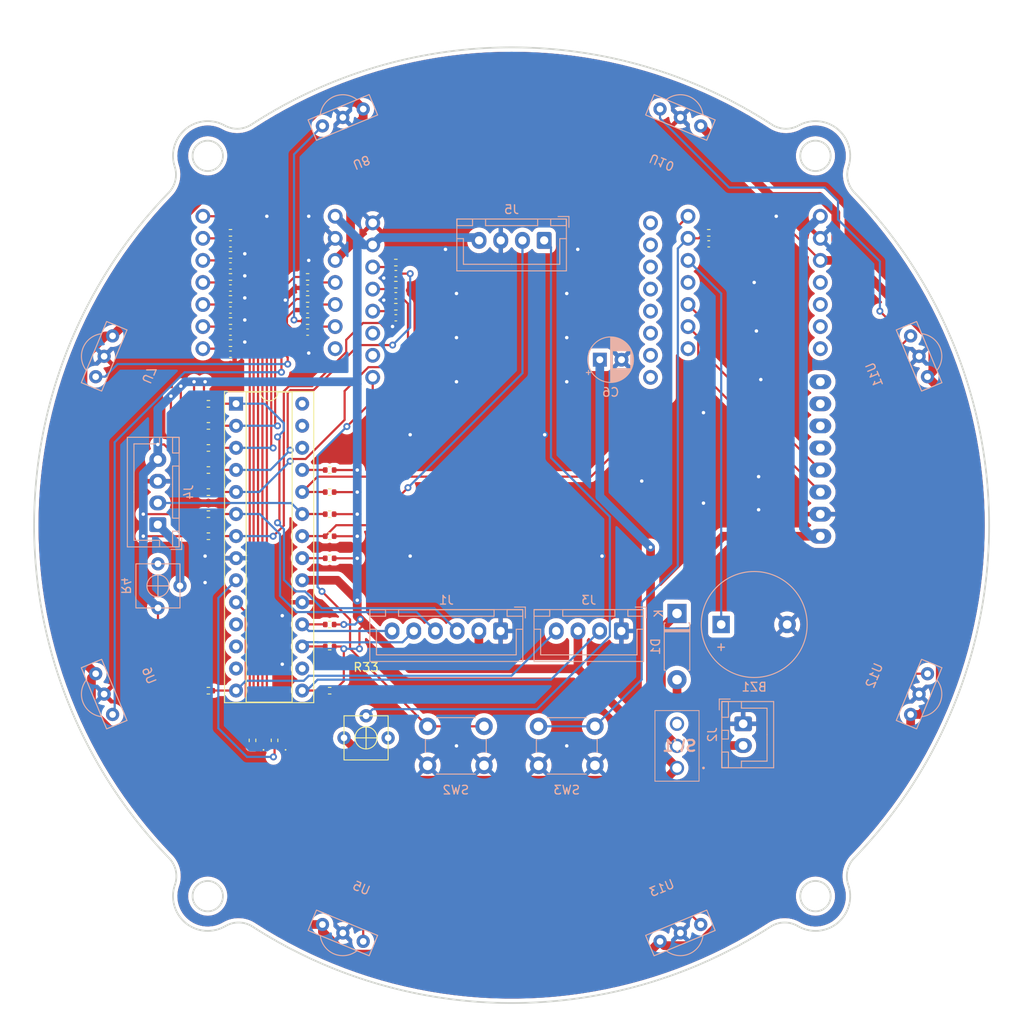
<source format=kicad_pcb>
(kicad_pcb (version 20211014) (generator pcbnew)
  (layers (0 "F.Cu" signal) (31 "B.Cu" signal) (34 "B.Paste" user) (35 "F.Paste" user) (36 "B.SilkS" user "B.Silkscreen") (37 "F.SilkS" user "F.Silkscreen") (38 "B.Mask" user) (39 "F.Mask" user) (44 "Edge.Cuts" user))
  (net 0 "")
  (net 1 "Net-(BZ1-Pad1)")
  (net 2 "GND")
  (net 3 "+5V")
  (net 4 "AD5")
  (net 5 "AD4")
  (net 6 "AD3")
  (net 7 "Gyro Reset")
  (net 8 "IR Data 2")
  (net 9 "IR5")
  (net 10 "IR6")
  (net 11 "IR7")
  (net 12 "IR8")
  (net 13 "IR1")
  (net 14 "IR2")
  (net 15 "IR3")
  (net 16 "IR4")
  (net 17 "Net-(D1-Pad1)")
  (net 18 "Net-(D1-Pad2)")
  (net 19 "Net-(D2-Pad2)")
  (net 20 "Net-(D3-Pad2)")
  (net 21 "MCLR")
  (net 22 "RA4")
  (net 23 "TX")
  (net 24 "RX")
  (net 25 "SDA")
  (net 26 "SCL")
  (net 27 "Net-(J4-Pad1)")
  (net 28 "AD6")
  (net 29 "Net-(R1-Pad1)")
  (net 30 "Net-(R2-Pad1)")
  (net 31 "Net-(R3-Pad1)")
  (net 32 "+3V3")
  (net 33 "MON LED")
  (net 34 "PWR LED")
  (net 35 "AD9")
  (net 36 "AD8")
  (net 37 "AD10")
  (net 38 "Net-(R24-Pad1)")
  (net 39 "Net-(R25-Pad1)")
  (net 40 "Net-(R26-Pad1)")
  (net 41 "Net-(R27-Pad1)")
  (net 42 "Net-(R28-Pad2)")
  (net 43 "Net-(R29-Pad2)")
  (net 44 "Net-(R30-Pad2)")
  (net 45 "Net-(R31-Pad2)")
  (net 46 "Net-(R32-Pad2)")
  (net 47 "Net-(SW2-Pad1)")
  (net 52 "Net-(U1-Pad5)")
  (net 53 "Net-(U1-Pad6)")
  (net 64 "Gyro")
  (net 78 "IR Data 1")
  (net 80 "Net-(J5-Pad1)")
  (footprint "Capacitor_SMD:C_0402_1005Metric" (layer "F.Cu") (at 126.365 70.485)
    (fp_text reference "C14" hide)
    (fp_text value "C_Small")
  )
  (footprint "LED_SMD:LED_0402_1005Metric" (layer "F.Cu") (at 132.715 120.015 90)
    (fp_text reference "D3" hide)
    (fp_text value "LED")
  )
  (footprint "Resistor_SMD:R_0402_1005Metric" (layer "F.Cu") (at 123.825 83.82)
    (fp_text reference "R12" hide)
    (fp_text value "100k")
  )
  (footprint "Resistor_SMD:R_0402_1005Metric" (layer "F.Cu") (at 123.825 86.36)
    (fp_text reference "R11" hide)
    (fp_text value "100k")
  )
  (footprint "Resistor_SMD:R_0402_1005Metric" (layer "F.Cu") (at 128.905 120.015 90)
    (fp_text reference "R14" hide)
    (fp_text value "1k")
  )
  (footprint "Resistor_SMD:R_0402_1005Metric" (layer "F.Cu") (at 137.795 96.52 180)
    (fp_text reference "R19" hide)
    (fp_text value "100k")
  )
  (footprint "Resistor_SMD:R_0402_1005Metric" (layer "F.Cu") (at 137.795 109.22 180)
    (fp_text reference "R22" hide)
    (fp_text value "10k")
  )
  (footprint "Resistor_SMD:R_0402_1005Metric" (layer "F.Cu") (at 123.825 81.28)
    (fp_text reference "R13" hide)
    (fp_text value "10k")
  )
  (footprint "Capacitor_SMD:C_0402_1005Metric" (layer "F.Cu") (at 145.415 68.834 180)
    (fp_text reference "C3" hide)
    (fp_text value "C_Small")
  )
  (footprint "Capacitor_SMD:C_0402_1005Metric" (layer "F.Cu") (at 126.365 67.945)
    (fp_text reference "C13" hide)
    (fp_text value "C_Small")
  )
  (footprint "Capacitor_SMD:C_0402_1005Metric" (layer "F.Cu") (at 145.415 71.374 180)
    (fp_text reference "C2" hide)
    (fp_text value "C_Small")
  )
  (footprint "LED_SMD:LED_0402_1005Metric" (layer "F.Cu") (at 130.175 120.015 90)
    (fp_text reference "D2" hide)
    (fp_text value "LED")
  )
  (footprint "Resistor_SMD:R_0402_1005Metric" (layer "F.Cu") (at 145.415 67.564)
    (fp_text reference "R2" hide)
    (fp_text value "22k")
  )
  (footprint "Resistor_SMD:R_0402_1005Metric" (layer "F.Cu") (at 137.795 99.06 180)
    (fp_text reference "R20" hide)
    (fp_text value "100k")
  )
  (footprint "Lib:seeeduinoXIAO" (layer "F.Cu") (at 186.69 67.31 180)
    (fp_text reference "U3" hide)
    (fp_text value "Seeeduino_Xiao" hide)
  )
  (footprint "Resistor_SMD:R_0402_1005Metric" (layer "F.Cu") (at 181.455 61.595 180)
    (fp_text reference "R5" hide)
    (fp_text value "10K")
  )
  (footprint "Capacitor_SMD:C_0402_1005Metric" (layer "F.Cu") (at 135.255 73.025)
    (fp_text reference "C11" hide)
    (fp_text value "C_Small")
  )
  (footprint "Resistor_SMD:R_0402_1005Metric" (layer "F.Cu") (at 135.255 69.215)
    (fp_text reference "R26" hide)
    (fp_text value "100k")
  )
  (footprint "Package_DIP:DIP-28_W7.62mm_Socket" (layer "F.Cu") (at 127.01 81.265)
    (fp_text reference "U4" hide)
    (fp_text value "PIC18F26K20_ISS")
  )
  (footprint "Resistor_SMD:R_0402_1005Metric" (layer "F.Cu") (at 137.795 91.44 180)
    (fp_text reference "R17" hide)
    (fp_text value "100k")
  )
  (footprint "Capacitor_SMD:C_0402_1005Metric" (layer "F.Cu") (at 126.365 73.025)
    (fp_text reference "C15" hide)
    (fp_text value "C_Small")
  )
  (footprint "Resistor_SMD:R_0402_1005Metric" (layer "F.Cu") (at 123.825 93.98)
    (fp_text reference "R8" hide)
    (fp_text value "10k")
  )
  (footprint "Capacitor_SMD:C_0402_1005Metric" (layer "F.Cu") (at 126.365 65.405)
    (fp_text reference "C12" hide)
    (fp_text value "C_Small")
  )
  (footprint "可変抵抗:可変抵抗(小)" (layer "F.Cu") (at 141.986 112.109)
    (fp_text reference "R33")
    (fp_text value "R_Variable")
  )
  (footprint "Resistor_SMD:R_0402_1005Metric" (layer "F.Cu") (at 137.795 93.98 180)
    (fp_text reference "R18" hide)
    (fp_text value "100k")
  )
  (footprint "Resistor_SMD:R_0402_1005Metric" (layer "F.Cu") (at 123.825 91.44)
    (fp_text reference "R9" hide)
    (fp_text value "100k")
  )
  (footprint "Capacitor_SMD:C_0402_1005Metric" (layer "F.Cu") (at 126.365 62.865 180)
    (fp_text reference "C7" hide)
    (fp_text value "C_Small")
  )
  (footprint "Resistor_SMD:R_0402_1005Metric" (layer "F.Cu") (at 145.415 70.104)
    (fp_text reference "R1" hide)
    (fp_text value "22k")
  )
  (footprint "Resistor_SMD:R_0402_1005Metric" (layer "F.Cu") (at 126.365 74.295 180)
    (fp_text reference "R24" hide)
    (fp_text value "100k")
  )
  (footprint "Capacitor_SMD:C_0402_1005Metric" (layer "F.Cu") (at 181.455 62.865)
    (fp_text reference "C5" hide)
    (fp_text value "C")
  )
  (footprint "Resistor_SMD:R_0402_1005Metric" (layer "F.Cu") (at 126.365 71.755)
    (fp_text reference "R32" hide)
    (fp_text value "100k")
  )
  (footprint "Resistor_SMD:R_0402_1005Metric" (layer "F.Cu") (at 123.825 114.3)
    (fp_text reference "R6" hide)
    (fp_text value "10k")
  )
  (footprint "Resistor_SMD:R_0402_1005Metric" (layer "F.Cu") (at 126.365 69.215)
    (fp_text reference "R31" hide)
    (fp_text value "100k")
  )
  (footprint "Resistor_SMD:R_0402_1005Metric" (layer "F.Cu") (at 137.795 114.3 180)
    (fp_text reference "R23" hide)
    (fp_text value "10k")
  )
  (footprint "Resistor_SMD:R_0402_1005Metric" (layer "F.Cu") (at 126.365 61.595 180)
    (fp_text reference "R28" hide)
    (fp_text value "22k")
  )
  (footprint "Capacitor_SMD:C_0402_1005Metric" (layer "F.Cu") (at 135.255 67.945)
    (fp_text reference "C9" hide)
    (fp_text value "C_Small")
  )
  (footprint "Resistor_SMD:R_0402_1005Metric" (layer "F.Cu") (at 126.365 64.135)
    (fp_text reference "R29" hide)
    (fp_text value "100k")
  )
  (footprint "Resistor_SMD:R_0402_1005Metric" (layer "F.Cu") (at 137.795 106.68 180)
    (fp_text reference "R21" hide)
    (fp_text value "10k")
  )
  (footprint "Lib:MPU6050" (layer "F.Cu") (at 194.31 77.47)
    (fp_text reference "U1" hide)
    (fp_text value "MPU6050" hide)
  )
  (footprint "Capacitor_SMD:C_0402_1005Metric" (layer "F.Cu") (at 126.365 75.565 180)
    (fp_text reference "C8" hide)
    (fp_text value "C_Small")
  )
  (footprint "Resistor_SMD:R_0402_1005Metric" (layer "F.Cu") (at 123.825 96.52)
    (fp_text reference "R7" hide)
    (fp_text value "100k")
  )
  (footprint "Capacitor_SMD:C_0402_1005Metric" (layer "F.Cu") (at 145.415 66.294 180)
    (fp_text reference "C4" hide)
    (fp_text value "C_Small")
  )
  (footprint "Resistor_SMD:R_0402_1005Metric" (layer "F.Cu") (at 126.365 66.675)
    (fp_text reference "R30" hide)
    (fp_text value "100k")
  )
  (footprint "Resistor_SMD:R_0402_1005Metric" (layer "F.Cu") (at 135.255 71.755)
    (fp_text reference "R27" hide)
    (fp_text value "100k")
  )
  (footprint "Lib:seeeduinoXIAO" (layer "F.Cu") (at 130.81 67.31 180)
    (fp_text reference "U9" hide)
    (fp_text value "Seeeduino_Xiao" hide)
  )
  (footprint "Resistor_SMD:R_0402_1005Metric" (layer "F.Cu") (at 123.825 88.9)
    (fp_text reference "R10" hide)
    (fp_text value "100k")
  )
  (footprint "Resistor_SMD:R_0402_1005Metric" (layer "F.Cu") (at 131.445 120.015 90)
    (fp_text reference "R15" hide)
    (fp_text value "1k")
  )
  (footprint "Resistor_SMD:R_0402_1005Metric" (layer "F.Cu") (at 137.795 88.9 180)
    (fp_text reference "R16" hide)
    (fp_text value "100k")
  )
  (footprint "Resistor_SMD:R_0402_1005Metric" (layer "F.Cu") (at 135.255 66.675)
    (fp_text reference "R25" hide)
    (fp_text value "100k")
  )
  (footprint "Resistor_SMD:R_0402_1005Metric" (layer "F.Cu") (at 145.415 65.024)
    (fp_text reference "R3" hide)
    (fp_text value "22k")
  )
  (footprint "Capacitor_SMD:C_0402_1005Metric" (layer "F.Cu") (at 135.255 70.485)
    (fp_text reference "C10" hide)
    (fp_text value "C_Small")
  )
  (footprint "Lib:2MS1T2B4M2QES" (layer "B.Cu") (at 177.8 123.19 180)
    (fp_text reference "SW1")
    (fp_text value "SW_DIP_x01" hide)
  )
  (footprint "Buzzer_Beeper:Buzzer_12x9.5RM7.6" (layer "B.Cu") (at 182.89 106.68)
    (fp_text reference "BZ1")
    (fp_text value "Buzzer")
  )
  (footprint "Capacitor_THT:CP_Radial_D5.0mm_P2.50mm" (layer "B.Cu") (at 168.91 76.2)
    (fp_text reference "C6")
    (fp_text value "C")
  )
  (footprint "Button_Switch_THT:SW_PUSH_6mm_H5mm" (layer "B.Cu") (at 161.85 122.9)
    (fp_text reference "SW3")
    (fp_text value "SW_DIP_x01")
  )
  (footprint "可変抵抗:可変抵抗(小)" (layer "B.Cu") (at 125.635 102.235 90)
    (fp_text reference "R4")
    (fp_text value "R_Variable")
  )
  (footprint "Connector_JST:JST_XH_B4B-XH-A_1x04_P2.50mm_Vertical" (layer "B.Cu") (at 118 95.19 90)
    (fp_text reference "J4")
    (fp_text value "Conn_01x04_Female")
  )
  (footprint "Lib:TSSP58038_IR" (layer "B.Cu") (at 176.246292 53.010199 -22.5)
    (fp_text reference "U10")
    (fp_text value "TSSP58038")
  )
  (footprint "Lib:TSSP58038_IR" (layer "B.Cu") (at 116.510273 77.753782 67.5)
    (fp_text reference "U7")
    (fp_text value "TSSP58038")
  )
  (footprint "Connector_JST:JST_XH_B4B-XH-A_1x04_P2.50mm_Vertical" (layer "B.Cu") (at 162.5 62.467 180)
    (fp_text reference "J5")
    (fp_text value "Conn_01x04_Female")
  )
  (footprint "Connector_JST:JST_XH_B2B-XH-A_1x02_P2.50mm_Vertical" (layer "B.Cu") (at 185.42 118.11 -90)
    (fp_text reference "J2")
    (fp_text value "Conn_01x02_Female")
  )
  (footprint "Lib:TSSP58038_IR" (layer "B.Cu") (at 116.51033 112.746354 112.5)
    (fp_text reference "U6")
    (fp_text value "TSSP58038")
  )
  (footprint "Connector_JST:JST_XH_B6B-XH-A_1x06_P2.50mm_Vertical" (layer "B.Cu") (at 157.48 107.425 180)
    (fp_text reference "J1")
    (fp_text value "Conn_01x06_Female")
  )
  (footprint "Lib:TSSP58038_IR" (layer "B.Cu") (at 141.25372 53.010256 22.5)
    (fp_text reference "U8")
    (fp_text value "TSSP58038")
  )
  (footprint "Button_Switch_THT:SW_PUSH_6mm_H5mm" (layer "B.Cu") (at 155.575 118.4 180)
    (fp_text reference "SW2")
    (fp_text value "SW_Push")
  )
  (footprint "Connector_JST:JST_XH_B4B-XH-A_1x04_P2.50mm_Vertical" (layer "B.Cu") (at 171.39 107.425 180)
    (fp_text reference "J3")
    (fp_text value "Conn_01x04_Female")
  )
  (footprint "Lib:TSSP58038_IR" (layer "B.Cu") (at 176.246428 137.489744 -157.5)
    (fp_text reference "U13")
    (fp_text value "TSSP58038")
  )
  (footprint "Diode_THT:D_DO-41_SOD81_P7.62mm_Horizontal" (layer "B.Cu") (at 177.8 105.41 -90)
    (fp_text reference "D1")
    (fp_text value "D")
  )
  (footprint "Lib:TSSP58038_IR" (layer "B.Cu") (at 200.989875 112.746218 -112.5)
    (fp_text reference "U12")
    (fp_text value "TSSP58038")
  )
  (footprint "Lib:OpenMV" (layer "B.Cu") (at 158.75 103.251)
    (fp_text reference "U2" hide)
    (fp_text value "open_mv")
  )
  (footprint "Lib:TSSP58038_IR" (layer "B.Cu") (at 141.253856 137.489801 157.5)
    (fp_text reference "U5")
    (fp_text value "TSSP58038")
  )
  (footprint "Lib:TSSP58038_IR" (layer "B.Cu") (at 200.989818 77.753646 -67.5)
    (fp_text reference "U11")
    (fp_text value "TSSP58038")
  )
  (gr_arc (start 188.574719 141.461368) (mid 158.750074 150.25) (end 128.925429 141.461368) (layer "Edge.Cuts") (width 0.2))
  (gr_arc (start 128.780566 49.132448) (mid 127.250511 49.61512) (end 125.690526 49.2403) (layer "Edge.Cuts") (width 0.2))
  (gr_circle (center 123.750074 52.738105) (end 125.500074 52.738105) (layer "Edge.Cuts") (width 0.2) (fill none))
  (gr_arc (start 119.944751 53.970791) (mid 120.013044 55.573719) (end 119.24555 56.982617) (layer "Edge.Cuts") (width 0.2))
  (gr_arc (start 197.528874 136.636363) (mid 197.434171 135.002967) (end 198.210583 133.562768) (layer "Edge.Cuts") (width 0.2))
  (gr_circle (center 193.750074 52.738105) (end 195.500074 52.738105) (layer "Edge.Cuts") (width 0.2) (fill none))
  (gr_circle (center 123.750074 137.948105) (end 125.500074 137.948105) (layer "Edge.Cuts") (width 0.2) (fill none))
  (gr_arc (start 191.809622 49.2403) (mid 190.249636 49.615119) (end 188.719582 49.132448) (layer "Edge.Cuts") (width 0.2))
  (gr_arc (start 188.574719 141.461368) (mid 190.139264 140.982635) (end 191.722327 141.396039) (layer "Edge.Cuts") (width 0.2))
  (gr_arc (start 119.944751 53.970791) (mid 121.207669 49.650036) (end 125.690526 49.2403) (layer "Edge.Cuts") (width 0.2))
  (gr_arc (start 197.528874 136.636363) (mid 196.285851 141.041612) (end 191.722327 141.396039) (layer "Edge.Cuts") (width 0.2))
  (gr_arc (start 191.809622 49.2403) (mid 196.292477 49.650035) (end 197.555397 53.970791) (layer "Edge.Cuts") (width 0.2))
  (gr_arc (start 125.777821 141.396039) (mid 127.360883 140.982634) (end 128.925429 141.461368) (layer "Edge.Cuts") (width 0.2))
  (gr_circle (center 193.750074 137.948105) (end 195.500074 137.948105) (layer "Edge.Cuts") (width 0.2) (fill none))
  (gr_arc (start 119.289565 133.562768) (mid 103.750083 95.281611) (end 119.24555 56.982617) (layer "Edge.Cuts") (width 0.2))
  (gr_arc (start 125.777821 141.396039) (mid 121.214295 141.041619) (end 119.971274 136.636363) (layer "Edge.Cuts") (width 0.2))
  (gr_arc (start 119.289565 133.562768) (mid 120.065999 135.002956) (end 119.971274 136.636363) (layer "Edge.Cuts") (width 0.2))
  (gr_arc (start 198.254598 56.982617) (mid 213.750065 95.281611) (end 198.210583 133.562768) (layer "Edge.Cuts") (width 0.2))
  (gr_arc (start 198.254598 56.982617) (mid 197.487098 55.573719) (end 197.555397 53.970791) (layer "Edge.Cuts") (width 0.2))
  (gr_arc (start 128.780566 49.132448) (mid 158.750074 40.25) (end 188.719582 49.132448) (layer "Edge.Cuts") (width 0.2))
  (segment (start 182.89 106.68) (end 182.89 68.59) (width 0.25) (layer "B.Cu") (net 1))
  (segment (start 182.89 68.59) (end 179.07 64.77) (width 0.25) (layer "B.Cu") (net 1))
  (segment (start 126.873 73.025) (end 128.016 74.168) (width 0.25) (layer "F.Cu") (net 2))
  (segment (start 134.775 73.025) (end 133.794474 73.025) (width 0.25) (layer "F.Cu") (net 2))
  (segment (start 134.08454 67.945) (end 132.68754 69.342) (width 0.25) (layer "F.Cu") (net 2))
  (segment (start 126.845 67.945) (end 126.873 67.945) (width 0.25) (layer "F.Cu") (net 2))
  (segment (start 126.845 62.865) (end 126.873 62.865) (width 0.25) (layer "F.Cu") (net 2))
  (segment (start 133.731 70.485) (end 132.873737 71.342263) (width 0.25) (layer "F.Cu") (net 2))
  (segment (start 126.873 67.945) (end 128.016 69.088) (width 0.25) (layer "F.Cu") (net 2))
  (segment (start 126.845 65.405) (end 126.873 65.405) (width 0.25) (layer "F.Cu") (net 2))
  (segment (start 144.935 72.282402) (end 145.034 72.381402) (width 0.25) (layer "F.Cu") (net 2))
  (segment (start 126.873 62.865) (end 128.016 64.008) (width 0.25) (layer "F.Cu") (net 2))
  (segment (start 126.873 65.405) (end 128.016 66.548) (width 0.25) (layer "F.Cu") (net 2))
  (segment (start 133.794474 73.025) (end 132.873737 72.104263) (width 0.25) (layer "F.Cu") (net 2))
  (segment (start 126.873 70.485) (end 128.016 71.628) (width 0.25) (layer "F.Cu") (net 2))
  (segment (start 134.775 67.945) (end 134.08454 67.945) (width 0.25) (layer "F.Cu") (net 2))
  (segment (start 126.845 73.025) (end 126.873 73.025) (width 0.25) (layer "F.Cu") (net 2))
  (segment (start 126.845 70.485) (end 126.873 70.485) (width 0.25) (layer "F.Cu") (net 2))
  (segment (start 134.775 70.485) (end 133.731 70.485) (width 0.25) (layer "F.Cu") (net 2))
  (segment (start 132.873737 71.342263) (end 132.873737 72.104263) (width 0.25) (layer "F.Cu") (net 2))
  (segment (start 144.935 71.374) (end 144.935 72.282402) (width 0.25) (layer "F.Cu") (net 2))
  (via (at 147.066 84.836) (size 0.8) (drill 0.4) (layers "F.Cu" "B.Cu") (net 2))
  (via (at 152.4 120.65) (size 0.8) (drill 0.4) (layers "F.Cu" "B.Cu") (net 2))
  (via (at 147.066 98.806) (size 0.8) (drill 0.4) (layers "F.Cu" "B.Cu") (net 2))
  (via (at 132.68754 69.342) (size 0.8) (drill 0.4) (layers "F.Cu" "B.Cu") (net 2))
  (via (at 165.1 73.66) (size 0.8) (drill 0.4) (layers "F.Cu" "B.Cu") (net 2))
  (via (at 128.016 74.168) (size 0.8) (drill 0.4) (layers "F.Cu" "B.Cu") (net 2))
  (via (at 187.198 93.472) (size 0.8) (drill 0.4) (layers "F.Cu" "B.Cu") (net 2))
  (via (at 128.016 71.628) (size 0.8) (drill 0.4) (layers "F.Cu" "B.Cu") (net 2))
  (via (at 165.1 120.65) (size 0.8) (drill 0.4) (layers "F.Cu" "B.Cu") (net 2))
  (via (at 152.4 73.66) (size 0.8) (drill 0.4) (layers "F.Cu" "B.Cu") (net 2))
  (via (at 152.4 68.58) (size 0.8) (drill 0.4) (layers "F.Cu" "B.Cu") (net 2))
  (via (at 189.23 59.69) (size 0.8) (drill 0.4) (layers "F.Cu" "B.Cu") (net 2))
  (via (at 180.848 82.296) (size 0.8) (drill 0.4) (layers "F.Cu" "B.Cu") (net 2))
  (via (at 169.164 98.806) (size 0.8) (drill 0.4) (layers "F.Cu" "B.Cu") (net 2))
  (via (at 186.69 67.31) (size 0.8) (drill 0.4) (layers "F.Cu" "B.Cu") (net 2))
  (via (at 123.444 98.806) (size 0.8) (drill 0.4) (layers "F.Cu" "B.Cu") (net 2))
  (via (at 173.736 90.17) (size 0.8) (drill 0.4) (layers "F.Cu" "B.Cu") (net 2))
  (via (at 144.018 66.802) (size 0.8) (drill 0.4) (layers "F.Cu" "B.Cu") (net 2))
  (via (at 144.018 69.342) (size 0.8) (drill 0.4) (layers "F.Cu" "B.Cu") (net 2))
  (via (at 165.1 68.58) (size 0.8) (drill 0.4) (layers "F.Cu" "B.Cu") (net 2))
  (via (at 166.37 63.5) (size 0.8) (drill 0.4) (layers "F.Cu" "B.Cu") (net 2))
  (via (at 162.56 84.836) (size 0.8) (drill 0.4) (layers "F.Cu" "B.Cu") (net 2))
  (via (at 145.034 72.381402) (size 0.8) (drill 0.4) (layers "F.Cu" "B.Cu") (net 2))
  (via (at 180.848 92.71) (size 0.8) (drill 0.4) (layers "F.Cu" "B.Cu") (net 2))
  (via (at 128.016 69.088) (size 0.8) (drill 0.4) (layers "F.Cu" "B.Cu") (net 2))
  (via (at 165.1 78.74) (size 0.8) (drill 0.4) (layers "F.Cu" "B.Cu") (net 2))
  (via (at 187.198 89.662) (size 0.8) (drill 0.4) (layers "F.Cu" "B.Cu") (net 2))
  (via (at 132.334 105.664) (size 0.8) (drill 0.4) (layers "F.Cu" "B.Cu") (net 2))
  (via (at 130.556 59.69) (size 0.8) (drill 0.4) (layers "F.Cu" "B.Cu") (net 2))
  (via (at 152.4 78.74) (size 0.8) (drill 0.4) (layers "F.Cu" "B.Cu") (net 2))
  (via (at 187.452 78.486) (size 0.8) (drill 0.4) (layers "F.Cu" "B.Cu") (net 2))
  (via (at 128.016 66.548) (size 0.8) (drill 0.4) (layers "F.Cu" "B.Cu") (net 2))
  (via (at 135.382 75.438) (size 0.8) (drill 0.4) (layers "F.Cu" "B.Cu") (net 2))
  (via (at 135.382 64.77) (size 0.8) (drill 0.4) (layers "F.Cu" "B.Cu") (net 2))
  (via (at 186.944 72.898) (size 0.8) (drill 0.4) (layers "F.Cu" "B.Cu") (net 2))
  (via (at 123.444 101.854) (size 0.8) (drill 0.4) (layers "F.Cu" "B.Cu") (net 2))
  (via (at 135.382 59.69) (size 0.8) (drill 0.4) (layers "F.Cu" "B.Cu") (net 2))
  (via (at 151.13 63.5) (size 0.8) (drill 0.4) (layers "F.Cu" "B.Cu") (net 2))
  (via (at 128.016 64.008) (size 0.8) (drill 0.4) (layers "F.Cu" "B.Cu") (net 2))
  (via (at 132.334 111.252) (size 0.8) (drill 0.4) (layers "F.Cu" "B.Cu") (net 2))
  (segment (start 141.825324 106.586676) (end 147.018648 111.78) (width 1) (layer "F.Cu") (net 3))
  (segment (start 123.315 88.263) (end 119.507 84.455) (width 0.25) (layer "F.Cu") (net 3))
  (segment (start 147.018648 111.78) (end 158.73 111.78) (width 1) (layer "F.Cu") (net 3))
  (segment (start 123.315 78.869) (end 123.444 78.74) (width 0.25) (layer "F.Cu") (net 3))
  (segment (start 140.97 104.394) (end 140.97 105.731352) (width 1) (layer "F.Cu") (net 3))
  (segment (start 120.65 83.695) (end 120.65 79.248) (width 0.25) (layer "F.Cu") (net 3))
  (segment (start 138.305 109.22) (end 139.166862 109.22) (width 0.25) (layer "F.Cu") (net 3))
  (segment (start 176.390489 124.599511) (end 144.316511 124.599511) (width 1) (layer "F.Cu") (net 3))
  (segment (start 141.224 109.474) (end 141.224 107.188) (width 0.25) (layer "F.Cu") (net 3))
  (segment (start 183.090978 96.52) (end 174.752 104.858978) (width 1) (layer "F.Cu") (net 3))
  (segment (start 118.728 85.962) (end 118 85.962) (width 0.25) (layer "F.Cu") (net 3))
  (segment (start 174.752 120.142) (end 166.39 111.78) (width 1) (layer "F.Cu") (net 3))
  (segment (start 158.73 111.78) (end 166.39 111.78) (width 1) (layer "F.Cu") (net 3))
  (segment (start 144.316511 124.599511) (end 139.446 119.729) (width 1) (layer "F.Cu") (net 3))
  (segment (start 157.61 111.78) (end 158.73 111.78) (width 1) (layer "F.Cu") (net 3))
  (segment (start 140.97 103.886) (end 140.97 104.394) (width 1) (layer "F.Cu") (net 3))
  (segment (start 123.315 86.36) (end 120.65 83.695) (width 0.25) (layer "F.Cu") (net 3))
  (segment (start 141.317324 106.078676) (end 141.825324 106.586676) (width 1) (layer "F.Cu") (net 3))
  (segment (start 138.305 106.68) (end 139.42098 106.68) (width 0.25) (layer "F.Cu") (net 3))
  (segment (start 122.174 82.679) (end 122.174 78.74) (width 0.25) (layer "F.Cu") (net 3))
  (segment (start 166.39 111.78) (end 166.39 107.425) (width 1) (layer "F.Cu") (net 3))
  (segment (start 123.315 88.9) (end 123.315 88.263) (width 0.25) (layer "F.Cu") (net 3))
  (segment (start 118.015 109) (end 118.015 104.775) (width 0.25) (layer "F.Cu") (net 3))
  (segment (start 140.97 105.731352) (end 141.317324 106.078676) (width 1) (layer "F.Cu") (net 3))
  (segment (start 134.63 101.585) (end 138.669 101.585) (width 1) (layer "F.Cu") (net 3))
  (segment (start 138.305 114.3) (end 139.420988 113.184012) (width 0.25) (layer "F.Cu") (net 3))
  (segment (start 139.420988 113.184012) (end 139.420988 109.474126) (width 0.25) (layer "F.Cu") (net 3))
  (segment (start 138.305 99.06) (end 140.97 99.06) (width 0.25) (layer "F.Cu") (net 3))
  (segment (start 154.98 107.425) (end 154.98 109.15) (width 1) (layer "F.Cu") (net 3))
  (segment (start 174.752 105.664) (end 174.752 120.142) (width 1) (layer "F.Cu") (net 3))
  (segment (start 174.752 97.79) (end 174.752 105.664) (width 1) (layer "F.Cu") (net 3))
  (segment (start 123.315 114.3) (end 118.015 109) (width 0.25) (layer "F.Cu") (net 3))
  (segment (start 138.305 88.9) (end 140.97 88.9) (width 0.25) (layer "F.Cu") (net 3))
  (segment (start 116.32548 93.98) (end 123.315 93.98) (width 0.25) (layer "F.Cu") (net 3))
  (segment (start 138.305 91.44) (end 140.97 91.44) (width 0.25) (layer "F.Cu") (net 3))
  (segment (start 123.315 96.52) (end 116.332 96.52) (width 0.25) (layer "F.Cu") (net 3))
  (segment (start 119.507 84.455) (end 119.507 80.391) (width 0.25) (layer "F.Cu") (net 3))
  (segment (start 123.315 83.82) (end 122.174 82.679) (width 0.25) (layer "F.Cu") (net 3))
  (segment (start 123.315 91.44) (end 123.315 90.549) (width 0.25) (layer "F.Cu") (net 3))
  (segment (start 154.98 109.15) (end 157.61 111.78) (width 1) (layer "F.Cu") (net 3))
  (segment (start 139.166862 109.22) (end 139.420988 109.474126) (width 0.25) (layer "F.Cu") (net 3))
  (segment (start 123.315 90.549) (end 118.728 85.962) (width 0.25) (layer "F.Cu") (net 3))
  (segment (start 177.8 123.19) (end 174.752 120.142) (width 1) (layer "F.Cu") (net 3))
  (segment (start 177.8 123.19) (end 176.390489 124.599511) (width 1) (layer "F.Cu") (net 3))
  (segment (start 141.224 107.188) (end 141.825324 106.586676) (width 0.25) (layer "F.Cu") (net 3))
  (segment (start 138.305 93.98) (end 140.97 93.98) (width 0.25) (layer "F.Cu") (net 3))
  (segment (start 123.315 81.28) (end 123.315 78.869) (width 0.25) (layer "F.Cu") (net 3))
  (segment (start 174.752 104.858978) (end 174.752 105.664) (width 1) (layer "F.Cu") (net 3))
  (segment (start 194.31 96.52) (end 183.090978 96.52) (width 1) (layer "F.Cu") (net 3))
  (segment (start 138.669 101.585) (end 140.97 103.886) (width 1) (layer "F.Cu") (net 3))
  (segment (start 138.305 96.52) (end 140.97 96.52) (width 0.25) (layer "F.Cu") (net 3))
  (segment (start 116.332 96.52) (end 116.32548 96.51348) (width 0.25) (layer "F.Cu") (net 3))
  (via (at 140.97 93.98) (size 0.8) (drill 0.4) (layers "F.Cu" "B.Cu") (net 3))
  (via (at 118 85.962) (size 0.8) (drill 0.4) (layers "F.Cu" "B.Cu") (net 3))
  (via (at 140.97 88.9) (size 0.8) (drill 0.4) (layers "F.Cu" "B.Cu") (net 3))
  (via (at 120.65 79.248) (size 0.8) (drill 0.4) (layers "F.Cu" "B.Cu") (net 3))
  (via (at 119.507 80.391) (size 0.8) (drill 0.4) (layers "F.Cu" "B.Cu") (net 3))
  (via (at 116.32548 93.98) (size 0.8) (drill 0.4) (layers "F.Cu" "B.Cu") (net 3))
  (via (at 140.97 96.52) (size 0.8) (drill 0.4) (layers "F.Cu" "B.Cu") (net 3))
  (via (at 140.97 103.886) (size 0.8) (drill 0.4) (layers "F.Cu" "B.Cu") (net 3))
  (via (at 123.444 78.74) (size 0.8) (drill 0.4) (layers "F.Cu" "B.Cu") (net 3))
  (via (at 140.97 91.44) (size 0.8) (drill 0.4) (layers "F.Cu" "B.Cu") (net 3))
  (via (at 139.42098 106.68) (size 0.8) (drill 0.4) (layers "F.Cu" "B.Cu") (net 3))
  (via (at 116.32548 96.51348) (size 0.8) (drill 0.4) (layers "F.Cu" "B.Cu") (net 3))
  (via (at 141.224 109.474) (size 0.8) (drill 0.4) (layers "F.Cu" "B.Cu") (net 3))
  (via (at 139.420988 109.474126) (size 0.8) (drill 0.4) (layers "F.Cu" "B.Cu") (net 3))
  (via (at 140.97 99.06) (size 0.8) (drill 0.4) (layers "F.Cu" "B.Cu") (net 3))
  (via (at 174.752 97.79) (size 0.8) (drill 0.4) (layers "F.Cu" "B.Cu") (net 3))
  (via (at 141.317324 106.078676) (size 0.8) (drill 0.4) (layers "F.Cu" "B.Cu") (net 3))
  (via (at 122.174 78.74) (size 0.8) (drill 0.4) (layers "F.Cu" "B.Cu") (net 3))
  (segment (start 140.97 99.06) (end 140.97 96.52) (width 1) (layer "B.Cu") (net 3))
  (segment (start 140.97 91.44) (end 140.97 88.9) (width 1) (layer "B.Cu") (net 3))
  (segment (start 141.732 62.992) (end 142.75 62.992) (width 1) (layer "B.Cu") (net 3))
  (segment (start 122.174 78.74) (end 123.444 78.74) (width 1) (layer "B.Cu") (net 3))
  (segment (start 194.31 59.69) (end 192.36048 61.63952) (width 1) (layer "B.Cu") (net 3))
  (segment (start 192.36048 95.58648) (end 193.294 96.52) (width 1) (layer "B.Cu") (net 3))
  (segment (start 140.97 62.23) (end 141.732 62.992) (width 1) (layer "B.Cu") (net 3))
  (segment (start 118 81.898) (end 119.507 80.391) (width 1) (layer "B.Cu") (net 3))
  (segment (start 116.32548 103.08548) (end 116.32548 96.51348) (width 1) (layer "B.Cu") (net 3))
  (segment (start 140.97 96.52) (end 140.97 93.98) (width 1) (layer "B.Cu") (net 3))
  (segment (start 140.97 78.994) (end 140.97 75.692) (width 1) (layer "B.Cu") (net 3))
  (segment (start 139.42098 106.68) (end 140.716 106.68) (width 0.25) (layer "B.Cu") (net 3))
  (segment (start 168.91 91.948) (end 174.752 97.79) (width 1) (layer "B.Cu") (net 3))
  (segment (start 140.716 78.74) (end 140.97 78.994) (width 1) (layer "B.Cu") (net 3))
  (segment (start 118 85.962) (end 118 81.898) (width 1) (layer "B.Cu") (net 3))
  (segment (start 140.97 103.886) (end 140.97 99.06) (width 1) (layer "B.Cu") (net 3))
  (segment (start 168.91 76.2) (end 168.91 91.948) (width 1) (layer "B.Cu") (net 3))
  (segment (start 142.75 62.992) (end 143.6 62.142) (width 1) (layer "B.Cu") (net 3))
  (segment (start 123.444 78.74) (end 140.716 78.74) (width 1) (layer "B.Cu") (net 3))
  (segment (start 121.158 78.74) (end 122.174 78.74) (width 1) (layer "B.Cu") (net 3))
  (segment (start 140.97 62.23) (end 138.43 59.69) (width 1) (layer "B.Cu") (net 3))
  (segment (start 116.32548 96.51348) (end 116.32548 93.98) (width 1) (layer "B.Cu") (net 3))
  (segment (start 140.97 75.692) (end 140.97 62.23) (width 1) (layer "B.Cu") (net 3))
  (segment (start 141.223874 109.474126) (end 141.224 109.474) (width 0.25) (layer "B.Cu") (net 3))
  (segment (start 154.675 62.142) (end 155 62.467) (width 1) (layer "B.Cu") (net 3))
  (segment (start 120.65 79.248) (end 121.158 78.74) (width 1) (layer "B.Cu") (net 3))
  (segment (start 118.015 104.775) (end 116.32548 103.08548) (width 1) (layer "B.Cu") (net 3))
  (segment (start 140.97 88.9) (end 140.97 78.994) (width 1) (layer "B.Cu") (net 3))
  (segment (start 139.420988 109.474126) (end 141.223874 109.474126) (width 0.25) (layer "B.Cu") (net 3))
  (segment (start 116.32548 93.98) (end 116.32548 89.36452) (width 1) (layer "B.Cu") (net 3))
  (segment (start 118 87.69) (end 118 85.962) (width 1) (layer "B.Cu") (net 3))
  (segment (start 140.716 106.68) (end 141.317324 106.078676) (width 0.25) (layer "B.Cu") (net 3))
  (segment (start 140.97 93.98) (end 140.97 91.44) (width 1) (layer "B.Cu") (net 3))
  (segment (start 119.507 80.391) (end 120.65 79.248) (width 1) (layer "B.Cu") (net 3))
  (segment (start 193.294 96.52) (end 194.31 96.52) (width 1) (layer "B.Cu") (net 3))
  (segment (start 116.32548 89.36452) (end 118 87.69) (width 1) (layer "B.Cu") (net 3))
  (segment (start 143.6 62.142) (end 154.675 62.142) (width 1) (layer "B.Cu") (net 3))
  (segment (start 192.36048 61.63952) (end 192.36048 95.58648) (width 1) (layer "B.Cu") (net 3))
  (segment (start 139.7 75.32101) (end 135.77301 79.248) (width 0.25) (layer "F.Cu") (net 4))
  (segment (start 145.895 72.545) (end 145.288 73.152) (width 0.25) (layer "F.Cu") (net 4))
  (segment (start 132.513011 79.830989) (end 132.513011 95.287489) (width 0.25) (layer "F.Cu") (net 4))
  (segment (start 133.096 79.248) (end 132.513011 79.830989) (width 0.25) (layer "F.Cu") (net 4))
  (segment (start 145.925 70.741) (end 145.925 71.344) (width 0.25) (layer "F.Cu") (net 4))
  (segment (start 139.7 73.914) (end 141.636511 71.977489) (width 0.25) (layer "F.Cu") (net 4))
  (segment (start 124.335 96.52) (end 124.35 96.505) (width 0.25) (layer "F.Cu") (net 4))
  (segment (start 145.288 73.152) (end 144.78 73.152) (width 0.25) (layer "F.Cu") (net 4))
  (segment (start 143.605489 71.977489) (end 143.891 72.263) (width 0.25) (layer "F.Cu") (net 4))
  (segment (start 143.891 72.263) (end 144.272 72.644) (width 0.25) (layer "F.Cu") (net 4))
  (segment (start 145.925 71.344) (end 145.895 71.374) (width 0.25) (layer "F.Cu") (net 4))
  (segment (start 145.895 71.374) (end 145.895 72.545) (width 0.25) (layer "F.Cu") (net 4))
  (segment (start 145.925 70.104) (end 145.925 70.741) (width 0.25) (layer "F.Cu") (net 4))
  (segment (start 144.78 73.152) (end 143.891 72.263) (width 0.25) (layer "F.Cu") (net 4))
  (segment (start 139.7 73.914) (end 139.7 75.32101) (width 0.25) (layer "F.Cu") (net 4))
  (segment (start 132.513011 95.287489) (end 131.2805 96.52) (width 0.25) (layer "F.Cu") (net 4))
  (segment (start 124.35 96.505) (end 127.01 96.505) (width 0.25) (layer "F.Cu") (net 4))
  (segment (start 135.77301 79.248) (end 133.096 79.248) (width 0.25) (layer "F.Cu") (net 4))
  (segment (start 141.636511 71.977489) (end 143.605489 71.977489) (width 0.25) (layer "F.Cu") (net 4))
  (via (at 131.2805 96.52) (size 0.8) (drill 0.4) (layers "F.Cu" "B.Cu") (net 4))
  (segment (start 131.2805 96.52) (end 131.2655 96.505) (width 0.25) (layer "B.Cu") (net 4))
  (segment (start 131.2655 96.505) (end 127.01 96.505) (width 0.25) (layer "B.Cu") (net 4))
  (segment (start 139.515505 83.127505) (end 139.515505 79.805485) (width 0.25) (layer "F.Cu") (net 5))
  (segment (start 135.01301 87.63) (end 139.515505 83.127505) (width 0.25) (layer "F.Cu") (net 5))
  (segment (start 124.35 91.425) (end 127.01 91.425) (width 0.25) (layer "F.Cu") (net 5))
  (segment (start 146.812 69.751) (end 145.895 68.834) (width 0.25) (layer "F.Cu") (net 5))
  (segment (start 145.895 68.834) (end 145.895 68.933) (width 0.25) (layer "F.Cu") (net 5))
  (segment (start 139.515505 79.805485) (end 142.263501 77.057489) (width 0.25) (layer "F.Cu") (net 5))
  (segment (start 146.812 75.692) (end 146.812 69.751) (width 0.25) (layer "F.Cu") (net 5))
  (segment (start 145.925 67.564) (end 145.925 68.804) (width 0.25) (layer "F.Cu") (net 5))
  (segment (start 133.237511 87.884) (end 133.491511 87.63) (width 0.25) (layer "F.Cu") (net 5))
  (segment (start 142.263501 77.057489) (end 145.446511 77.057489) (width 0.25) (layer "F.Cu") (net 5))
  (segment (start 145.925 68.804) (end 145.895 68.834) (width 0.25) (layer "F.Cu") (net 5))
  (segment (start 133.491511 87.63) (end 135.01301 87.63) (width 0.25) (layer "F.Cu") (net 5))
  (segment (start 124.335 91.44) (end 124.35 91.425) (width 0.25) (layer "F.Cu") (net 5))
  (segment (start 145.446511 77.057489) (end 146.812 75.692) (width 0.25) (layer "F.Cu") (net 5))
  (via (at 133.237511 87.884) (size 0.8) (drill 0.4) (layers "F.Cu" "B.Cu") (net 5))
  (segment (start 129.696511 91.425) (end 127.01 91.425) (width 0.25) (layer "B.Cu") (net 5))
  (segment (start 133.237511 87.884) (end 129.696511 91.425) (width 0.25) (layer "B.Cu") (net 5))
  (segment (start 124.335 88.9) (end 124.35 88.885) (width 0.25) (layer "F.Cu") (net 6))
  (segment (start 141.139239 74.517489) (end 145.044441 74.517489) (width 0.25) (layer "F.Cu") (net 6))
  (segment (start 132.962531 86.33902) (end 132.962531 80.017187) (width 0.25) (layer "F.Cu") (net 6))
  (segment (start 133.237511 86.614) (end 132.962531 86.33902) (width 0.25) (layer "F.Cu") (net 6))
  (segment (start 145.925 66.264) (end 145.895 66.294) (width 0.25) (layer "F.Cu") (net 6))
  (segment (start 135.959208 79.69752) (end 141.139239 74.517489) (width 0.25) (layer "F.Cu") (net 6))
  (segment (start 145.925 65.024) (end 145.925 66.264) (width 0.25) (layer "F.Cu") (net 6))
  (segment (start 124.35 88.885) (end 127.01 88.885) (width 0.25) (layer "F.Cu") (net 6))
  (segment (start 145.895 66.294) (end 147.066 66.294) (width 0.25) (layer "F.Cu") (net 6))
  (segment (start 145.895 66.30093) (end 145.895 66.294) (width 0.25) (layer "F.Cu") (net 6))
  (segment (start 133.282198 79.69752) (end 135.959208 79.69752) (width 0.25) (layer "F.Cu") (net 6))
  (segment (start 132.962531 80.017187) (end 133.282198 79.69752) (width 0.25) (layer "F.Cu") (net 6))
  (via (at 147.066 66.294) (size 0.8) (drill 0.4) (layers "F.Cu" "B.Cu") (net 6))
  (via (at 145.044441 74.517489) (size 0.8) (drill 0.4) (layers "F.Cu" "B.Cu") (net 6))
  (via (at 133.237511 86.614) (size 0.8) (drill 0.4) (layers "F.Cu" "B.Cu") (net 6))
  (segment (start 147.066 66.294) (end 147.066 72.49593) (width 0.25) (layer "B.Cu") (net 6))
  (segment (start 130.966511 88.885) (end 127.01 88.885) (width 0.25) (layer "B.Cu") (net 6))
  (segment (start 133.237511 86.614) (end 130.966511 88.885) (width 0.25) (layer "B.Cu") (net 6))
  (segment (start 147.066 72.49593) (end 145.044441 74.517489) (width 0.25) (layer "B.Cu") (net 6))
  (segment (start 180.31 62.23) (end 180.945 61.595) (width 0.25) (layer "F.Cu") (net 7))
  (segment (start 180.945 61.595) (end 180.945 62.835) (width 0.25) (layer "F.Cu") (net 7))
  (segment (start 180.945 62.835) (end 180.975 62.865) (width 0.25) (layer "F.Cu") (net 7))
  (segment (start 179.07 62.23) (end 180.31 62.23) (width 0.25) (layer "F.Cu") (net 7))
  (segment (start 173.736 104.14) (end 177.895489 99.980511) (width 0.25) (layer "B.Cu") (net 7))
  (segment (start 177.895489 63.404511) (end 179.07 62.23) (width 0.25) (layer "B.Cu") (net 7))
  (segment (start 168.35 118.4) (end 173.736 113.014) (width 0.25) (layer "B.Cu") (net 7))
  (segment (start 173.736 113.014) (end 173.736 104.14) (width 0.25) (layer "B.Cu") (net 7))
  (segment (start 161.85 118.4) (end 168.35 118.4) (width 0.25) (layer "B.Cu") (net 7))
  (segment (start 177.895489 99.980511) (end 177.895489 63.404511) (width 0.25) (layer "B.Cu") (net 7))
  (segment (start 131.064 71.12) (end 131.064 86.1435) (width 0.25) (layer "F.Cu") (net 8))
  (segment (start 125.885 62.585) (end 126.875 61.595) (width 0.25) (layer "F.Cu") (net 8))
  (segment (start 126.875 61.595) (end 131.064 65.784) (width 0.25) (layer "F.Cu") (net 8))
  (segment (start 124.35 86.345) (end 127.01 86.345) (width 0.25) (layer "F.Cu") (net 8))
  (segment (start 131.064 65.784) (end 131.064 71.12) (width 0.25) (layer "F.Cu") (net 8))
  (segment (start 124.335 86.36) (end 124.35 86.345) (width 0.25) (layer "F.Cu") (net 8))
  (segment (start 131.064 86.1435) (end 131.2805 86.36) (width 0.25) (layer "F.Cu") (net 8))
  (segment (start 125.885 62.865) (end 125.885 62.585) (width 0.25) (layer "F.Cu") (net 8))
  (via (at 131.2805 86.36) (size 0.8) (drill 0.4) (layers "F.Cu" "B.Cu") (net 8))
  (segment (start 131.2805 86.36) (end 131.2655 86.345) (width 0.25) (layer "B.Cu") (net 8))
  (segment (start 131.2655 86.345) (end 127.01 86.345) (width 0.25) (layer "B.Cu") (net 8))
  (segment (start 125.855 74.295) (end 125.855 75.535) (width 0.25) (layer "F.Cu") (net 9))
  (segment (start 123.19 74.93) (end 125.22 74.93) (width 0.25) (layer "F.Cu") (net 9))
  (segment (start 125.855 75.535) (end 125.885 75.565) (width 0.25) (layer "F.Cu") (net 9))
  (segment (start 125.22 74.93) (end 125.855 74.295) (width 0.25) (layer "F.Cu") (net 9))
  (segment (start 138.43 67.31) (end 136.37 67.31) (width 0.25) (layer "F.Cu") (net 10))
  (segment (start 135.735 66.705) (end 135.765 66.675) (width 0.25) (layer "F.Cu") (net 10))
  (segment (start 136.37 67.31) (end 135.735 67.945) (width 0.25) (layer "F.Cu") (net 10))
  (segment (start 135.735 67.945) (end 135.735 66.705) (width 0.25) (layer "F.Cu") (net 10))
  (segment (start 138.43 69.85) (end 136.37 69.85) (width 0.25) (layer "F.Cu") (net 11))
  (segment (start 136.37 69.85) (end 135.735 70.485) (width 0.25) (layer "F.Cu") (net 11))
  (segment (start 135.735 70.485) (end 135.735 69.245) (width 0.25) (layer "F.Cu") (net 11))
  (segment (start 135.735 69.245) (end 135.765 69.215) (width 0.25) (layer "F.Cu") (net 11))
  (segment (start 138.43 72.39) (end 136.37 72.39) (width 0.25) (layer "F.Cu") (net 12))
  (segment (start 136.37 72.39) (end 135.735 73.025) (width 0.25) (layer "F.Cu") (net 12))
  (segment (start 135.735 71.785) (end 135.765 71.755) (width 0.25) (layer "F.Cu") (net 12))
  (segment (start 135.735 73.025) (end 135.735 71.785) (width 0.25) (layer "F.Cu") (net 12))
  (segment (start 123.19 64.77) (end 125.22 64.77) (width 0.25) (layer "F.Cu") (net 13))
  (segment (start 125.22 64.77) (end 125.855 64.135) (width 0.25) (layer "F.Cu") (net 13))
  (segment (start 125.885 65.405) (end 125.885 64.165) (width 0.25) (layer "F.Cu") (net 13))
  (segment (start 125.885 64.165) (end 125.855 64.135) (width 0.25) (layer "F.Cu") (net 13))
  (segment (start 125.22 67.31) (end 123.19 67.31) (width 0.25) (layer "F.Cu") (net 14))
  (segment (start 125.855 66.675) (end 125.22 67.31) (width 0.25) (layer "F.Cu") (net 14))
  (segment (start 125.885 66.705) (end 125.855 66.675) (width 0.25) (layer "F.Cu") (net 14))
  (segment (start 125.885 67.945) (end 125.885 66.705) (width 0.25) (layer "F.Cu") (net 14))
  (segment (start 125.855 69.215) (end 125.855 70.455) (width 0.25) (layer "F.Cu") (net 15))
  (segment (start 123.19 69.85) (end 125.22 69.85) (width 0.25) (layer "F.Cu") (net 15))
  (segment (start 125.22 69.85) (end 125.855 69.215) (width 0.25) (layer "F.Cu") (net 15))
  (segment (start 125.855 70.455) (end 125.885 70.485) (width 0.25) (layer "F.Cu") (net 15))
  (segment (start 125.22 72.39) (end 125.855 71.755) (width 0.25) (layer "F.Cu") (net 16))
  (segment (start 123.19 72.39) (end 125.22 72.39) (width 0.25) (layer "F.Cu") (net 16))
  (segment (start 125.855 72.995) (end 125.885 73.025) (width 0.25) (layer "F.Cu") (net 16))
  (segment (start 125.855 71.755) (end 125.855 72.995) (width 0.25) (layer "F.Cu") (net 16))
  (segment (start 176.000489 107.209511) (end 176.000489 118.850489) (width 1) (layer "F.Cu") (net 17))
  (segment (start 176.000489 118.850489) (end 177.8 120.65) (width 1) (layer "F.Cu") (net 17))
  (segment (start 177.8 105.41) (end 176.000489 107.209511) (width 1) (layer "F.Cu") (net 17))
  (segment (start 183.72 120.61) (end 177.8 114.69) (width 1) (layer "F.Cu") (net 18))
  (segment (start 185.42 120.61) (end 183.72 120.61) (width 1) (layer "F.Cu") (net 18))
  (segment (start 177.8 114.69) (end 177.8 113.03) (width 1) (layer "F.Cu") (net 18))
  (segment (start 130.15 119.505) (end 130.175 119.53) (width 0.25) (layer "F.Cu") (net 19))
  (segment (start 128.905 119.505) (end 130.15 119.505) (width 0.25) (layer "F.Cu") (net 19))
  (segment (start 131.445 119.505) (end 132.69 119.505) (width 0.25) (layer "F.Cu") (net 20))
  (segment (start 132.69 119.505) (end 132.715 119.53) (width 0.25) (layer "F.Cu") (net 20))
  (segment (start 132.005011 85.3065) (end 131.788511 85.09) (width 0.25) (layer "F.Cu") (net 21))
  (segment (start 124.35 81.265) (end 127.01 81.265) (width 0.25) (layer "F.Cu") (net 21))
  (segment (start 132.005011 94.756451) (end 132.005011 85.3065) (width 0.25) (layer "F.Cu") (net 21))
  (segment (start 124.335 81.28) (end 124.35 81.265) (width 0.25) (layer "F.Cu") (net 21))
  (segment (start 131.788511 94.972951) (end 132.005011 94.756451) (width 0.25) (layer "F.Cu") (net 21))
  (via (at 131.788511 94.972951) (size 0.8) (drill 0.4) (layers "F.Cu" "B.Cu") (net 21))
  (via (at 131.788511 85.09) (size 0.8) (drill 0.4) (layers "F.Cu" "B.Cu") (net 21))
  (segment (start 132.52952 101.54152) (end 133.858 102.87) (width 0.25) (layer "B.Cu") (net 21))
  (segment (start 131.788511 85.09) (end 132.513011 84.3655) (width 0.25) (layer "B.Cu") (net 21))
  (segment (start 136.895291 104.799991) (end 149.854991 104.799991) (width 0.25) (layer "B.Cu") (net 21))
  (segment (start 132.513011 83.491011) (end 130.287 81.265) (width 0.25) (layer "B.Cu") (net 21))
  (segment (start 132.52952 95.71396) (end 132.52952 101.54152) (width 0.25) (layer "B.Cu") (net 21))
  (segment (start 133.858 102.87) (end 134.9653 102.87) (width 0.25) (layer "B.Cu") (net 21))
  (segment (start 134.9653 102.87) (end 136.895291 104.799991) (width 0.25) (layer "B.Cu") (net 21))
  (segment (start 130.287 81.265) (end 127.01 81.265) (width 0.25) (layer "B.Cu") (net 21))
  (segment (start 149.854991 104.799991) (end 152.48 107.425) (width 0.25) (layer "B.Cu") (net 21))
  (segment (start 131.788511 94.972951) (end 132.52952 95.71396) (width 0.25) (layer "B.Cu") (net 21))
  (segment (start 132.513011 84.3655) (end 132.513011 83.491011) (width 0.25) (layer "B.Cu") (net 21))
  (segment (start 124.335 93.98) (end 124.35 93.965) (width 0.25) (layer "F.Cu") (net 22))
  (segment (start 124.35 93.965) (end 127.01 93.965) (width 0.25) (layer "F.Cu") (net 22))
  (segment (start 132.08 96.294886) (end 129.750114 93.965) (width 0.25) (layer "B.Cu") (net 22))
  (segment (start 149.98 107.425) (end 147.804511 105.249511) (width 0.25) (layer "B.Cu") (net 22))
  (segment (start 132.08 103.378) (end 132.08 96.294886) (width 0.25) (layer "B.Cu") (net 22))
  (segment (start 133.951511 105.249511) (end 132.08 103.378) (width 0.25) (layer "B.Cu") (net 22))
  (segment (start 129.750114 93.965) (end 127.01 93.965) (width 0.25) (layer "B.Cu") (net 22))
  (segment (start 147.804511 105.249511) (end 133.951511 105.249511) (width 0.25) (layer "B.Cu") (net 22))
  (segment (start 137.27 109.205) (end 137.285 109.22) (width 0.25) (layer "F.Cu") (net 23))
  (segment (start 134.63 109.205) (end 137.27 109.205) (width 0.25) (layer "F.Cu") (net 23))
  (segment (start 135.123 108.712) (end 136.398 108.712) (width 0.25) (layer "B.Cu") (net 23))
  (segment (start 136.398 108.712) (end 136.41052 108.72452) (width 0.25) (layer "B.Cu") (net 23))
  (segment (start 134.63 109.205) (end 135.123 108.712) (width 0.25) (layer "B.Cu") (net 23))
  (segment (start 146.18048 108.72452) (end 147.48 107.425) (width 0.25) (layer "B.Cu") (net 23))
  (segment (start 136.41052 108.72452) (end 146.18048 108.72452) (width 0.25) (layer "B.Cu") (net 23))
  (segment (start 134.63 106.665) (end 137.27 106.665) (width 0.25) (layer "F.Cu") (net 24))
  (segment (start 137.27 106.665) (end 137.285 106.68) (width 0.25) (layer "F.Cu") (net 24))
  (segment (start 144.98 107.425) (end 135.39 107.425) (width 0.25) (layer "B.Cu") (net 24))
  (segment (start 135.39 107.425) (end 134.63 106.665) (width 0.25) (layer "B.Cu") (net 24))
  (segment (start 134.63 114.285) (end 137.27 114.285) (width 0.25) (layer "F.Cu") (net 25))
  (segment (start 137.27 114.285) (end 137.285 114.3) (width 0.25) (layer "F.Cu") (net 25))
  (segment (start 163.285 113.03) (end 136.398 113.03) (width 0.25) (layer "B.Cu") (net 25))
  (segment (start 168.89 107.425) (end 163.285 113.03) (width 0.25) (layer "B.Cu") (net 25))
  (segment (start 135.143 114.285) (end 134.63 114.285) (width 0.25) (layer "B.Cu") (net 25))
  (segment (start 136.398 113.03) (end 135.143 114.285) (width 0.25) (layer "B.Cu") (net 25))
  (segment (start 124.35 114.285) (end 127.01 114.285) (width 0.25) (layer "F.Cu") (net 26))
  (segment (start 124.335 114.3) (end 124.35 114.285) (width 0.25) (layer "F.Cu") (net 26))
  (segment (start 158.73452 112.58048) (end 135.38482 112.58048) (width 0.25) (layer "B.Cu") (net 26))
  (segment (start 128.134511 113.160489) (end 127.01 114.285) (width 0.25) (layer "B.Cu") (net 26))
  (segment (start 134.804811 113.160489) (end 128.134511 113.160489) (width 0.25) (layer "B.Cu") (net 26))
  (segment (start 163.89 107.425) (end 158.73452 112.58048) (width 0.25) (layer "B.Cu") (net 26))
  (segment (start 135.38482 112.58048) (end 134.804811 113.160489) (width 0.25) (layer "B.Cu") (net 26))
  (segment (start 120.555 97.745) (end 118 95.19) (width 1) (layer "B.Cu") (net 27))
  (segment (start 120.555 102.235) (end 120.555 97.745) (width 1) (layer "B.Cu") (net 27))
  (segment (start 134.63 93.965) (end 137.27 93.965) (width 0.25) (layer "F.Cu") (net 28))
  (segment (start 137.27 93.965) (end 137.285 93.98) (width 0.25) (layer "F.Cu") (net 28))
  (segment (start 133.375 92.71) (end 132.588 92.71) (width 0.25) (layer "B.Cu") (net 28))
  (segment (start 134.63 93.965) (end 133.375 92.71) (width 0.25) (layer "B.Cu") (net 28))
  (segment (start 132.588 92.71) (end 132.568 92.69) (width 0.25) (layer "B.Cu") (net 28))
  (segment (start 132.568 92.69) (end 118 92.69) (width 0.25) (layer "B.Cu") (net 28))
  (segment (start 144.397 70.612) (end 144.905 70.104) (width 0.25) (layer "F.Cu") (net 29))
  (segment (start 142.75 70.612) (end 144.397 70.612) (width 0.25) (layer "F.Cu") (net 29))
  (segment (start 142.75 68.072) (end 144.397 68.072) (width 0.25) (layer "F.Cu") (net 30))
  (segment (start 144.397 68.072) (end 144.905 67.564) (width 0.25) (layer "F.Cu") (net 30))
  (segment (start 144.397 65.532) (end 144.905 65.024) (width 0.25) (layer "F.Cu") (net 31))
  (segment (start 142.75 65.532) (end 144.397 65.532) (width 0.25) (layer "F.Cu") (net 31))
  (segment (start 206.655142 78.156268) (end 208.11671 79.617836) (width 1) (layer "F.Cu") (net 32))
  (segment (start 137.313067 46.582933) (end 126.492 57.404) (width 1) (layer "F.Cu") (net 32))
  (segment (start 196.342 64.77) (end 198.08504 64.77) (width 1) (layer "F.Cu") (net 32))
  (segment (start 110.845006 112.343732) (end 109.383438 110.882164) (width 1) (layer "F.Cu") (net 32))
  (segment (start 205.797096 117.036904) (end 204.711167 117.036904) (width 1) (layer "F.Cu") (net 32))
  (segment (start 112.788981 73.463096) (end 120.904 65.348077) (width 1) (layer "F.Cu") (net 32))
  (segment (start 208.11671 114.71729) (end 205.797096 117.036904) (width 1) (layer "F.Cu") (net 32))
  (segment (start 208.11671 79.617836) (end 208.11671 114.71729) (width 1) (layer "F.Cu") (net 32))
  (segment (start 196.088 64.516) (end 196.342 64.77) (width 1) (layer "F.Cu") (net 32))
  (segment (start 181.965 61.595) (end 191.135 61.595) (width 0.25) (layer "F.Cu") (net 32))
  (segment (start 207.264 77.54741) (end 206.655142 78.156268) (width 1) (layer "F.Cu") (net 32))
  (segment (start 136.96317 141.211093) (end 134.896201 141.211093) (width 1) (layer "F.Cu") (net 32))
  (segment (start 180.170477 143.644563) (end 176.333301 143.644563) (width 1) (layer "F.Cu") (net 32))
  (segment (start 196.088 59.276659) (end 196.088 64.516) (width 1) (layer "F.Cu") (net 32))
  (segment (start 204.711167 117.036904) (end 204.711167 119.103873) (width 1) (layer "F.Cu") (net 32))
  (segment (start 140.894343 46.582933) (end 137.313067 46.582933) (width 1) (layer "F.Cu") (net 32))
  (segment (start 188.652071 57.404) (end 194.215341 57.404) (width 1) (layer "F.Cu") (net 32))
  (segment (start 120.904 65.348077) (end 120.904 59.784659) (width 1) (layer "F.Cu") (net 32))
  (segment (start 174.382238 144.616636) (end 139.536636 144.616636) (width 1) (layer "F.Cu") (net 32))
  (segment (start 136.96317 142.04317) (end 136.96317 141.211093) (width 1) (layer "F.Cu") (net 32))
  (segment (start 194.215341 57.404) (end 196.088 59.276659) (width 1) (layer "F.Cu") (net 32))
  (segment (start 138.43 64.77) (end 140.208 62.992) (width 1) (layer "F.Cu") (net 32))
  (segment (start 109.383438 76.036562) (end 111.956904 73.463096) (width 1) (layer "F.Cu") (net 32))
  (segment (start 140.208 62.992) (end 140.208 49.870904) (width 1) (layer "F.Cu") (net 32))
  (segment (start 110.355511 116.670403) (end 110.355511 112.833227) (width 1) (layer "F.Cu") (net 32))
  (segment (start 180.536978 49.288907) (end 188.652071 57.404) (width 1) (layer "F.Cu") (net 32))
  (segment (start 134.896201 141.211093) (end 110.355511 116.670403) (width 1) (layer "F.Cu") (net 32))
  (segment (start 120.904 59.784659) (end 123.284659 57.404) (width 1) (layer "F.Cu") (net 32))
  (segment (start 141.656342 48.422562) (end 141.656342 47.344932) (width 1) (layer "F.Cu") (net 32))
  (segment (start 109.383438 110.882164) (end 109.383438 76.036562) (width 1) (layer "F.Cu") (net 32))
  (segment (start 110.355511 112.833227) (end 110.845006 112.343732) (width 1) (layer "F.Cu") (net 32))
  (segment (start 207.264 73.94896) (end 207.264 77.54741) (width 1) (layer "F.Cu") (net 32))
  (segment (start 198.08504 64.77) (end 207.264 73.94896) (width 1) (layer "F.Cu") (net 32))
  (segment (start 204.711167 119.103873) (end 180.170477 143.644563) (width 1) (layer "F.Cu") (net 32))
  (segment (start 175.843806 143.155068) (end 174.382238 144.616636) (width 1) (layer "F.Cu") (net 32))
  (segment (start 111.956904 73.463096) (end 112.788981 73.463096) (width 1) (layer "F.Cu") (net 32))
  (segment (start 123.284659 57.404) (end 126.492 57.404) (width 1) (layer "F.Cu") (net 32))
  (segment (start 194.31 64.77) (end 196.342 64.77) (width 1) (layer "F.Cu") (net 32))
  (segment (start 140.208 49.870904) (end 141.656342 48.422562) (width 1) (layer "F.Cu") (net 32))
  (segment (start 191.135 61.595) (end 194.31 64.77) (width 0.25) (layer "F.Cu") (net 32))
  (segment (start 176.333301 143.644563) (end 175.843806 143.155068) (width 1) (layer "F.Cu") (net 32))
  (segment (start 139.536636 144.616636) (end 136.96317 142.04317) (width 1) (layer "F.Cu") (net 32))
  (segment (start 141.656342 47.344932) (end 140.894343 46.582933) (width 1) (layer "F.Cu") (net 32))
  (segment (start 128.134511 105.249511) (end 127.01 104.125) (width 0.25) (layer "F.Cu") (net 33))
  (segment (start 128.134511 119.754511) (end 128.134511 105.249511) (width 0.25) (layer "F.Cu") (net 33))
  (segment (start 128.905 120.525) (end 128.134511 119.754511) (width 0.25) (layer "F.Cu") (net 33))
  (segment (start 131.445 121.793) (end 131.318 121.92) (width 0.25) (layer "F.Cu") (net 34))
  (segment (start 131.445 120.525) (end 131.445 121.793) (width 0.25) (layer "F.Cu") (net 34))
  (via (at 131.318 121.92) (size 0.8) (drill 0.4) (layers "F.Cu" "B.Cu") (net 34))
  (segment (start 124.968 103.627) (end 127.01 101.585) (width 0.25) (layer "B.Cu") (net 34))
  (segment (start 131.318 121.92) (end 128.27 121.92) (width 0.25) (layer "B.Cu") (net 34))
  (segment (start 124.968 118.618) (end 124.968 103.627) (width 0.25) (layer "B.Cu") (net 34))
  (segment (start 128.27 121.92) (end 124.968 118.618) (width 0.25) (layer "B.Cu") (net 34))
  (segment (start 137.27 88.885) (end 137.285 88.9) (width 0.25) (layer "F.Cu") (net 35))
  (segment (start 134.63 88.885) (end 137.27 88.885) (width 0.25) (layer "F.Cu") (net 35))
  (segment (start 137.285 96.52) (end 138.555 95.25) (width 0.25) (layer "F.Cu") (net 36))
  (segment (start 137.27 96.505) (end 137.285 96.52) (width 0.25) (layer "F.Cu") (net 36))
  (segment (start 138.555 95.25) (end 140.97 95.25) (width 0.25) (layer "F.Cu") (net 36))
  (segment (start 140.97 95.25) (end 142.494 95.25) (width 0.25) (layer "F.Cu") (net 36))
  (segment (start 142.494 95.25) (end 146.812 90.932) (width 0.25) (layer "F.Cu") (net 36))
  (segment (start 134.63 96.505) (end 137.27 96.505) (width 0.25) (layer "F.Cu") (net 36))
  (via (at 146.812 90.932) (size 0.8) (drill 0.4) (layers "F.Cu" "B.Cu") (net 36))
  (segment (start 160 77.744) (end 160 62.467) (width 0.25) (layer "B.Cu") (net 36))
  (segment (start 146.812 90.932) (end 160 77.744) (width 0.25) (layer "B.Cu") (net 36))
  (segment (start 134.63 99.045) (end 137.27 99.045) (width 0.25) (layer "F.Cu") (net 37))
  (segment (start 137.27 99.045) (end 137.285 99.06) (width 0.25) (layer "F.Cu") (net 37))
  (segment (start 130.616031 118.618) (end 133.096 118.618) (width 0.25) (layer "F.Cu") (net 38))
  (segment (start 133.096 118.618) (end 141.656478 127.178478) (width 0.25) (layer "F.Cu") (net 38))
  (segment (start 128.584031 116.586) (end 130.616031 118.618) (width 0.25) (layer "F.Cu") (net 38))
  (segment (start 141.656478 127.178478) (end 141.656478 143.155125) (width 0.25) (layer "F.Cu") (net 38))
  (segment (start 128.584031 76.004031) (end 128.584031 116.586) (width 0.25) (layer "F.Cu") (net 38))
  (segment (start 126.875 74.295) (end 128.584031 76.004031) (width 0.25) (layer "F.Cu") (net 38))
  (segment (start 131.96304 75.57504) (end 131.96304 68.44296) (width 0.25) (layer "F.Cu") (net 39))
  (segment (start 132.23802 77.6405) (end 132.23802 75.85002) (width 0.25) (layer "F.Cu") (net 39))
  (segment (start 131.96304 68.44296) (end 133.731 66.675) (width 0.25) (layer "F.Cu") (net 39))
  (segment (start 132.23802 75.85002) (end 131.96304 75.57504) (width 0.25) (layer "F.Cu") (net 39))
  (segment (start 133.731 66.675) (end 134.745 66.675) (width 0.25) (layer "F.Cu") (net 39))
  (via (at 132.23802 77.6405) (size 0.8) (drill 0.4) (layers "F.Cu" "B.Cu") (net 39))
  (segment (start 121.091452 77.6405) (end 113.03 85.701952) (width 0.25) (layer "B.Cu") (net 39))
  (segment (start 113.03 116.796078) (end 112.789038 117.03704) (width 0.25) (layer "B.Cu") (net 39))
  (segment (start 113.03 85.701952) (end 113.03 116.796078) (width 0.25) (layer "B.Cu") (net 39))
  (segment (start 132.23802 77.6405) (end 121.091452 77.6405) (width 0.25) (layer "B.Cu") (net 39))
  (segment (start 132.96252 75.938803) (end 132.96252 76.708) (width 0.25) (layer "F.Cu") (net 40))
  (segment (start 134.745 69.215) (end 133.985 69.215) (width 0.25) (layer "F.Cu") (net 40))
  (segment (start 132.424217 75.4005) (end 132.96252 75.938803) (width 0.25) (layer "F.Cu") (net 40))
  (segment (start 132.424217 70.775783) (end 132.424217 75.4005) (width 0.25) (layer "F.Cu") (net 40))
  (segment (start 133.985 69.215) (end 132.424217 70.775783) (width 0.25) (layer "F.Cu") (net 40))
  (via (at 132.96252 76.708) (size 0.8) (drill 0.4) (layers "F.Cu" "B.Cu") (net 40))
  (segment (start 132.96252 76.708) (end 113.370983 76.708) (width 0.25) (layer "B.Cu") (net 40))
  (segment (start 111.922579 78.156404) (end 110.844949 78.156404) (width 0.25) (layer "B.Cu") (net 40))
  (segment (start 113.370983 76.708) (end 111.922579 78.156404) (width 0.25) (layer "B.Cu") (net 40))
  (segment (start 133.68702 71.628) (end 133.81402 71.755) (width 0.25) (layer "F.Cu") (net 41))
  (segment (start 133.81402 71.755) (end 134.745 71.755) (width 0.25) (layer "F.Cu") (net 41))
  (via (at 133.68702 71.628) (size 0.8) (drill 0.4) (layers "F.Cu" "B.Cu") (net 41))
  (segment (start 133.68702 52.564978) (end 136.963034 49.288964) (width 0.25) (layer "B.Cu") (net 41))
  (segment (start 133.68702 71.628) (end 133.68702 52.564978) (width 0.25) (layer "B.Cu") (net 41))
  (segment (start 123.19 62.23) (end 125.22 62.23) (width 0.25) (layer "F.Cu") (net 42))
  (segment (start 125.22 62.23) (end 125.855 61.595) (width 0.25) (layer "F.Cu") (net 42))
  (segment (start 145.542 138.35144) (end 176.353124 138.35144) (width 0.25) (layer "F.Cu") (net 43))
  (segment (start 132.334 116.81992) (end 134.09192 116.81992) (width 0.25) (layer "F.Cu") (net 43))
  (segment (start 134.09192 116.81992) (end 142.24 124.968) (width 0.25) (layer "F.Cu") (net 43))
  (segment (start 144.448876 138.35144) (end 145.542 138.35144) (width 0.25) (layer "F.Cu") (net 43))
  (segment (start 202.49648 112.208084) (end 202.49648 108.712) (width 0.25) (layer "F.Cu") (net 43))
  (segment (start 130.556 115.696282) (end 131.000859 116.141141) (width 0.25) (layer "F.Cu") (net 43))
  (segment (start 131.679638 116.81992) (end 132.334 116.81992) (width 0.25) (layer "F.Cu") (net 43))
  (segment (start 130.556 67.816) (end 130.556 71.628) (width 0.25) (layer "F.Cu") (net 43))
  (segment (start 202.49648 71.94048) (end 201.168 70.612) (width 0.25) (layer "F.Cu") (net 43))
  (segment (start 176.353124 138.35144) (end 201.548282 113.156282) (width 0.25) (layer "F.Cu") (net 43))
  (segment (start 143.764 136.398) (end 143.764 137.666564) (width 0.25) (layer "F.Cu") (net 43))
  (segment (start 142.24 124.968) (end 143.764 126.492) (width 0.25) (layer "F.Cu") (net 43))
  (segment (start 131.000859 116.141141) (end 131.679638 116.81992) (width 0.25) (layer "F.Cu") (net 43))
  (segment (start 130.556 71.628) (end 130.556 115.696282) (width 0.25) (layer "F.Cu") (net 43))
  (segment (start 201.548282 113.156282) (end 202.49648 112.208084) (width 0.25) (layer "F.Cu") (net 43))
  (segment (start 126.875 64.135) (end 130.556 67.816) (width 0.25) (layer "F.Cu") (net 43))
  (segment (start 202.49648 108.712) (end 202.49648 71.94048) (width 0.25) (layer "F.Cu") (net 43))
  (segment (start 143.764 137.666564) (end 144.448876 138.35144) (width 0.25) (layer "F.Cu") (net 43))
  (segment (start 143.764 126.492) (end 143.764 136.398) (width 0.25) (layer "F.Cu") (net 43))
  (via (at 201.168 70.612) (size 0.8) (drill 0.4) (layers "F.Cu" "B.Cu") (net 43))
  (segment (start 175.84367 48.422505) (end 175.84367 47.344875) (width 0.25) (layer "B.Cu") (net 43))
  (segment (start 183.809165 56.388) (end 175.84367 48.422505) (width 0.25) (layer "B.Cu") (net 43))
  (segment (start 196.342 60.06099) (end 196.342 57.912) (width 0.25) (layer "B.Cu") (net 43))
  (segment (start 201.168 64.88699) (end 196.342 60.06099) (width 0.25) (layer "B.Cu") (net 43))
  (segment (start 196.342 57.912) (end 194.818 56.388) (width 0.25) (layer "B.Cu") (net 43))
  (segment (start 201.168 70.612) (end 201.168 64.88699) (width 0.25) (layer "B.Cu") (net 43))
  (segment (start 194.818 56.388) (end 183.809165 56.388) (width 0.25) (layer "B.Cu") (net 43))
  (segment (start 130.048 69.848) (end 130.048 115.824) (width 0.25) (layer "F.Cu") (net 44))
  (segment (start 130.048 115.824) (end 131.49344 117.26944) (width 0.25) (layer "F.Cu") (net 44))
  (segment (start 143.256 126.746) (end 143.256 137.794282) (width 0.25) (layer "F.Cu") (net 44))
  (segment (start 144.262678 138.80096) (end 176.539322 138.80096) (width 0.25) (layer "F.Cu") (net 44))
  (segment (start 202.946 112.394282) (end 202.946 75.22807) (width 0.25) (layer "F.Cu") (net 44))
  (segment (start 126.875 66.675) (end 130.048 69.848) (width 0.25) (layer "F.Cu") (net 44))
  (segment (start 133.77944 117.26944) (end 143.256 126.746) (width 0.25) (layer "F.Cu") (net 44))
  (segment (start 176.539322 138.80096) (end 202.946 112.394282) (width 0.25) (layer "F.Cu") (net 44))
  (segment (start 143.256 137.794282) (end 144.262678 138.80096) (width 0.25) (layer "F.Cu") (net 44))
  (segment (start 202.946 75.22807) (end 204.71111 73.46296) (width 0.25) (layer "F.Cu") (net 44))
  (segment (start 131.49344 117.26944) (end 133.77944 117.26944) (width 0.25) (layer "F.Cu") (net 44))
  (segment (start 176.72552 139.25048) (end 144.07648 139.25048) (width 0.25) (layer "F.Cu") (net 45))
  (segment (start 144.07648 139.25048) (end 142.748 137.922) (width 0.25) (layer "F.Cu") (net 45))
  (segment (start 206.655199 112.343596) (end 203.632404 112.343596) (width 0.25) (layer "F.Cu") (net 45))
  (segment (start 142.748 137.922) (end 142.748 126.998565) (width 0.25) (layer "F.Cu") (net 45))
  (segment (start 131.18096 117.71896) (end 129.54 116.078) (width 0.25) (layer "F.Cu") (net 45))
  (segment (start 129.54 116.078) (end 129.54 71.882) (width 0.25) (layer "F.Cu") (net 45))
  (segment (start 133.468395 117.71896) (end 131.18096 117.71896) (width 0.25) (layer "F.Cu") (net 45))
  (segment (start 203.632404 112.343596) (end 176.72552 139.25048) (width 0.25) (layer "F.Cu") (net 45))
  (segment (start 126.875 69.217) (end 126.875 69.215) (width 0.25) (layer "F.Cu") (net 45))
  (segment (start 142.748 126.998565) (end 133.468395 117.71896) (width 0.25) (layer "F.Cu") (net 45))
  (segment (start 129.54 71.882) (end 126.875 69.217) (width 0.25) (layer "F.Cu") (net 45))
  (segment (start 179.026078 139.7) (end 143.764 139.7) (width 0.25) (layer "F.Cu") (net 46))
  (segment (start 129.033551 73.913551) (end 129.033551 116.078) (width 0.25) (layer "F.Cu") (net 46))
  (segment (start 131.572 118.16848) (end 133.282197 118.16848) (width 0.25) (layer "F.Cu") (net 46))
  (segment (start 133.282197 118.16848) (end 142.105998 126.992281) (width 0.25) (layer "F.Cu") (net 46))
  (segment (start 126.875 71.755) (end 129.033551 73.913551) (width 0.25) (layer "F.Cu") (net 46))
  (segment (start 129.033551 116.333551) (end 130.86848 118.16848) (width 0.25) (layer "F.Cu") (net 46))
  (segment (start 130.86848 118.16848) (end 131.572 118.16848) (width 0.25) (layer "F.Cu") (net 46))
  (segment (start 129.033551 116.078) (end 129.033551 116.333551) (width 0.25) (layer "F.Cu") (net 46))
  (segment (start 142.105998 126.992281) (end 142.105998 138.041998) (width 0.25) (layer "F.Cu") (net 46))
  (segment (start 143.764 139.7) (end 142.105998 138.041998) (width 0.25) (layer "F.Cu") (net 46))
  (segment (start 180.537114 141.211036) (end 179.026078 139.7) (width 0.25) (layer "F.Cu") (net 46))
  (segment (start 142.75 80.917608) (end 142.75 78.232) (width 0.25) (layer "F.Cu") (net 47))
  (segment (start 149.075 118.4) (end 140.14548 109.47048) (width 0.25) (layer "F.Cu") (net 47))
  (segment (start 139.773804 83.893804) (end 142.75 80.917608) (width 0.25) (layer "F.Cu") (net 47))
  (segment (start 140.14548 109.47048) (end 140.14548 106.10948) (width 0.25) (layer "F.Cu") (net 47))
  (segment (start 149.075 118.4) (end 155.575 118.4) (width 0.25) (layer "F.Cu") (net 47))
  (segment (start 140.14548 106.10948) (end 136.906 102.87) (width 0.25) (layer "F.Cu") (net 47))
  (via (at 136.906 102.87) (size 0.8) (drill 0.4) (layers "F.Cu" "B.Cu") (net 47))
  (via (at 139.773804 83.893804) (size 0.8) (drill 0.4) (layers "F.Cu" "B.Cu") (net 47))
  (segment (start 136.398 102.108) (end 136.398 87.269608) (width 0.25) (layer "B.Cu") (net 47))
  (segment (start 136.398 102.362) (end 136.398 102.108) (width 0.25) (layer "B.Cu") (net 47))
  (segment (start 136.398 87.269608) (end 139.773804 83.893804) (width 0.25) (layer "B.Cu") (net 47))
  (segment (start 136.906 102.87) (end 136.398 102.362) (width 0.25) (layer "B.Cu") (net 47))
  (segment (start 194.31 88.9) (end 180.694031 75.284031) (width 0.25) (layer "F.Cu") (net 52))
  (segment (start 180.694031 75.284031) (end 180.694031 71.474031) (width 0.25) (layer "F.Cu") (net 52))
  (segment (start 180.694031 71.474031) (end 179.07 69.85) (width 0.25) (layer "F.Cu") (net 52))
  (segment (start 194.31 91.44) (end 180.244511 77.374511) (width 0.25) (layer "F.Cu") (net 53))
  (segment (start 180.244511 77.374511) (end 180.244511 73.564511) (width 0.25) (layer "F.Cu") (net 53))
  (segment (start 180.244511 73.564511) (end 179.07 72.39) (width 0.25) (layer "F.Cu") (net 53))
  (segment (start 134.63 91.425) (end 136.393 89.662) (width 0.25) (layer "F.Cu") (net 64))
  (segment (start 167.894 89.662) (end 177.038 80.518) (width 0.25) (layer "F.Cu") (net 64))
  (segment (start 134.63 91.425) (end 137.27 91.425) (width 0.25) (layer "F.Cu") (net 64))
  (segment (start 177.038 61.722) (end 179.07 59.69) (width 0.25) (layer "F.Cu") (net 64))
  (segment (start 136.393 89.662) (end 167.894 89.662) (width 0.25) (layer "F.Cu") (net 64))
  (segment (start 137.27 91.425) (end 137.285 91.44) (width 0.25) (layer "F.Cu") (net 64))
  (segment (start 177.038 80.518) (end 177.038 61.722) (width 0.25) (layer "F.Cu") (net 64))
  (segment (start 127.508 59.69) (end 128.27 60.452) (width 0.25) (layer "F.Cu") (net 78))
  (segment (start 124.335 83.82) (end 124.35 83.805) (width 0.25) (layer "F.Cu") (net 78))
  (segment (start 123.19 59.69) (end 127.508 59.69) (width 0.25) (layer "F.Cu") (net 78))
  (segment (start 131.51352 74.168) (end 131.51352 83.54502) (width 0.25) (layer "F.Cu") (net 78))
  (segment (start 131.51352 83.54502) (end 131.7885 83.82) (width 0.25) (layer "F.Cu") (net 78))
  (segment (start 128.27 60.452) (end 131.51352 63.69552) (width 0.25) (layer "F.Cu") (net 78))
  (segment (start 131.51352 63.69552) (end 131.51352 74.168) (width 0.25) (layer "F.Cu") (net 78))
  (segment (start 124.35 83.805) (end 127.01 83.805) (width 0.25) (layer "F.Cu") (net 78))
  (via (at 131.7885 83.82) (size 0.8) (drill 0.4) (layers "F.Cu" "B.Cu") (net 78))
  (segment (start 131.7735 83.805) (end 127.01 83.805) (width 0.25) (layer "B.Cu") (net 78))
  (segment (start 131.7885 83.82) (end 131.7735 83.805) (width 0.25) (layer "B.Cu") (net 78))
  (segment (start 170.06452 94.268568) (end 163.284511 87.488559) (width 0.25) (layer "B.Cu") (net 80))
  (segment (start 163.284511 63.251511) (end 162.5 62.467) (width 0.25) (layer "B.Cu") (net 80))
  (segment (start 170.06452 108.036502) (end 170.06452 94.268568) (width 0.25) (layer "B.Cu") (net 80))
  (segment (start 163.284511 87.488559) (end 163.284511 63.251511) (width 0.25) (layer "B.Cu") (net 80))
  (segment (start 142.747999 116.427001) (end 161.674021 116.427001) (width 0.25) (layer "B.Cu") (net 80))
  (segment (start 161.674021 116.427001) (end 170.06452 108.036502) (width 0.25) (layer "B.Cu") (net 80))
  (segment (start 141.986 117.189) (end 142.747999 116.427001) (width 0.25) (layer "B.Cu") (net 80))
  (zone (net 2) (net_name "GND") (layers F&B.Cu) (connect_pads (clearance 0.508)) (min_thickness 0.254) (fill yes (thermal_gap 0.508) (thermal_bridge_width 0.508))
    (polygon (pts (xy 216.154 34.798) (xy 215.9 83.82) (xy 215.9 152.146) (xy 209.042 152.654) (xy 99.822 152.654) (xy 100.33 35.56)))
  )
)
</source>
